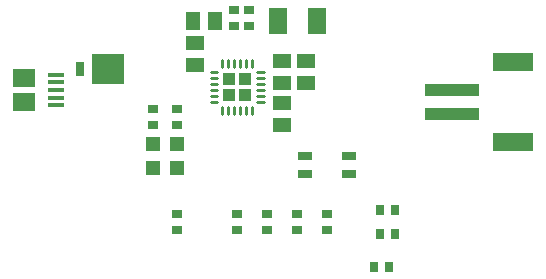
<source format=gtp>
G75*
%MOIN*%
%OFA0B0*%
%FSLAX25Y25*%
%IPPOS*%
%LPD*%
%AMOC8*
5,1,8,0,0,1.08239X$1,22.5*
%
%ADD10R,0.05906X0.05118*%
%ADD11R,0.03543X0.02756*%
%ADD12R,0.05118X0.05906*%
%ADD13R,0.18110X0.03937*%
%ADD14R,0.13386X0.06299*%
%ADD15R,0.05315X0.01575*%
%ADD16R,0.07480X0.05906*%
%ADD17R,0.04724X0.04724*%
%ADD18R,0.02756X0.03543*%
%ADD19R,0.04921X0.02559*%
%ADD20C,0.00906*%
%ADD21R,0.04331X0.04331*%
%ADD22R,0.10500X0.10000*%
%ADD23R,0.03000X0.05000*%
%ADD24R,0.06496X0.09055*%
D10*
X0102867Y0090868D03*
X0102867Y0098348D03*
X0102867Y0104868D03*
X0102867Y0112348D03*
X0110867Y0112348D03*
X0110867Y0104868D03*
X0073867Y0110868D03*
X0073867Y0118348D03*
D11*
X0067867Y0056049D03*
X0067867Y0061167D03*
X0087867Y0061167D03*
X0087867Y0056049D03*
X0097867Y0056049D03*
X0097867Y0061167D03*
X0107867Y0061167D03*
X0107867Y0056049D03*
X0117867Y0056049D03*
X0117867Y0061167D03*
X0067867Y0091049D03*
X0067867Y0096167D03*
X0059867Y0096167D03*
X0059867Y0091049D03*
X0086867Y0124049D03*
X0091867Y0124049D03*
X0091867Y0129167D03*
X0086867Y0129167D03*
D12*
X0080607Y0125608D03*
X0073127Y0125608D03*
D13*
X0159300Y0102545D03*
X0159300Y0094671D03*
D14*
X0179772Y0085222D03*
X0179772Y0111993D03*
D15*
X0027398Y0107726D03*
X0027398Y0105167D03*
X0027398Y0102608D03*
X0027398Y0100049D03*
X0027398Y0097490D03*
D16*
X0016906Y0098671D03*
X0016867Y0106545D03*
D17*
X0059867Y0084742D03*
X0067867Y0084742D03*
X0067867Y0076474D03*
X0059867Y0076474D03*
D18*
X0133308Y0043608D03*
X0138426Y0043608D03*
X0140426Y0054608D03*
X0135308Y0054608D03*
X0135308Y0062608D03*
X0140426Y0062608D03*
D19*
X0125249Y0074556D03*
X0125249Y0080659D03*
X0110485Y0080659D03*
X0110485Y0074556D03*
D20*
X0092788Y0094749D02*
X0092788Y0096915D01*
X0090819Y0096915D02*
X0090819Y0094749D01*
X0088851Y0094749D02*
X0088851Y0096915D01*
X0086882Y0096915D02*
X0086882Y0094749D01*
X0084914Y0094749D02*
X0084914Y0096915D01*
X0082945Y0096915D02*
X0082945Y0094749D01*
X0081174Y0098686D02*
X0079008Y0098686D01*
X0079008Y0100655D02*
X0081174Y0100655D01*
X0081174Y0102623D02*
X0079008Y0102623D01*
X0079008Y0104592D02*
X0081174Y0104592D01*
X0081174Y0106560D02*
X0079008Y0106560D01*
X0079008Y0108529D02*
X0081174Y0108529D01*
X0082945Y0110301D02*
X0082945Y0112466D01*
X0084914Y0112466D02*
X0084914Y0110301D01*
X0086882Y0110301D02*
X0086882Y0112466D01*
X0088851Y0112466D02*
X0088851Y0110301D01*
X0090819Y0110301D02*
X0090819Y0112466D01*
X0092788Y0112466D02*
X0092788Y0110301D01*
X0094560Y0108529D02*
X0096725Y0108529D01*
X0096725Y0106560D02*
X0094560Y0106560D01*
X0094560Y0104592D02*
X0096725Y0104592D01*
X0096725Y0102623D02*
X0094560Y0102623D01*
X0094560Y0100655D02*
X0096725Y0100655D01*
X0096725Y0098686D02*
X0094560Y0098686D01*
D21*
X0090623Y0100852D03*
X0090623Y0106364D03*
X0085111Y0106364D03*
X0085111Y0100852D03*
D22*
X0044867Y0109608D03*
D23*
X0035617Y0109608D03*
D24*
X0101371Y0125608D03*
X0114363Y0125608D03*
M02*

</source>
